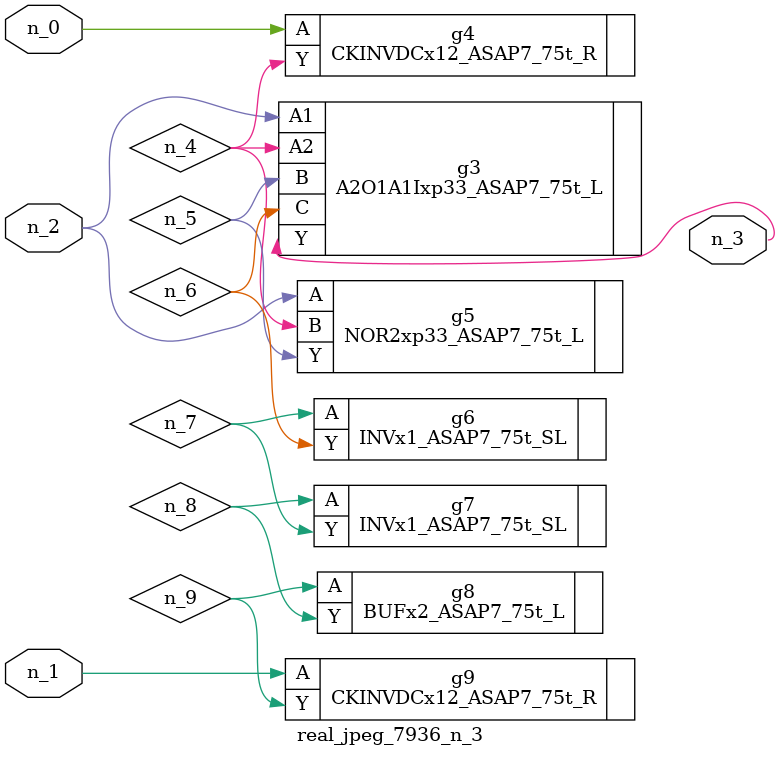
<source format=v>
module real_jpeg_7936_n_3 (n_1, n_0, n_2, n_3);

input n_1;
input n_0;
input n_2;

output n_3;

wire n_5;
wire n_4;
wire n_8;
wire n_6;
wire n_7;
wire n_9;

CKINVDCx12_ASAP7_75t_R g4 ( 
.A(n_0),
.Y(n_4)
);

CKINVDCx12_ASAP7_75t_R g9 ( 
.A(n_1),
.Y(n_9)
);

A2O1A1Ixp33_ASAP7_75t_L g3 ( 
.A1(n_2),
.A2(n_4),
.B(n_5),
.C(n_6),
.Y(n_3)
);

NOR2xp33_ASAP7_75t_L g5 ( 
.A(n_2),
.B(n_4),
.Y(n_5)
);

INVx1_ASAP7_75t_SL g6 ( 
.A(n_7),
.Y(n_6)
);

INVx1_ASAP7_75t_SL g7 ( 
.A(n_8),
.Y(n_7)
);

BUFx2_ASAP7_75t_L g8 ( 
.A(n_9),
.Y(n_8)
);


endmodule
</source>
